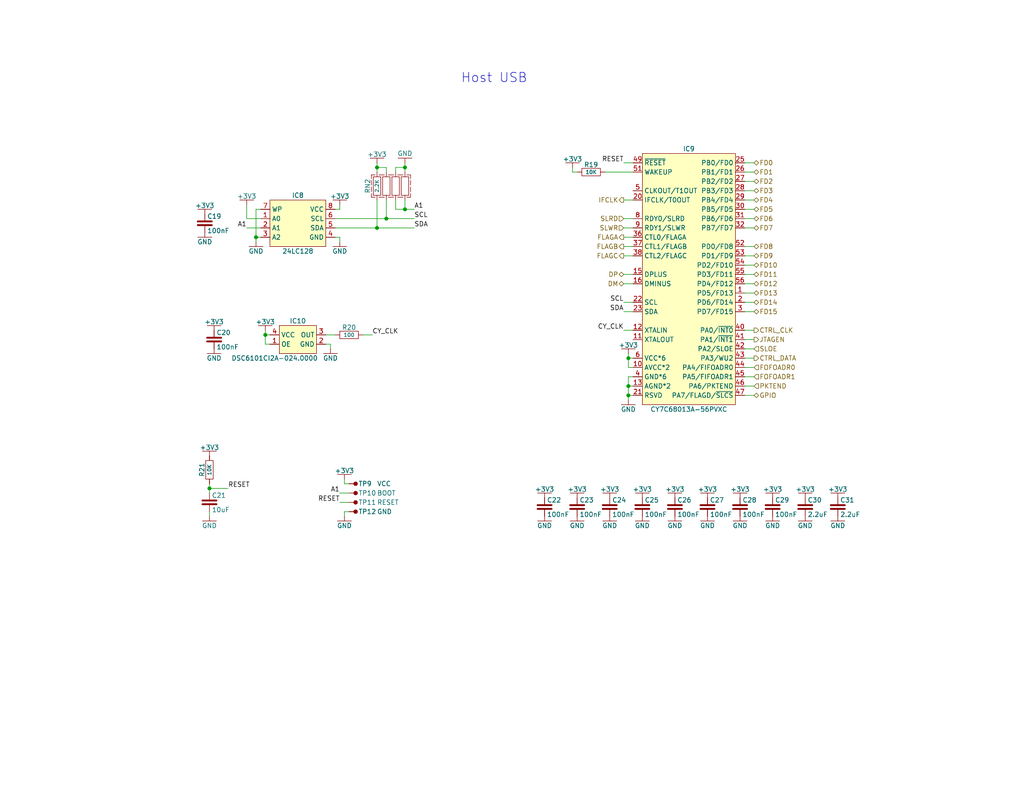
<source format=kicad_sch>
(kicad_sch (version 20230121) (generator eeschema)
  (paper "USLetter")
  (title_block (date "2023-06-16") (rev "6"))
  (lib_symbols
    (symbol "ataradov_crystal:DSC61XX-MHz"
      (property "Reference" "IC?" (at 0 3.81 0))
      (property "Value" "DSC61XX-MHz" (at 0 -6.35 0))
      (symbol "DSC61XX-MHz_0_1"
        (rectangle (start -5.08 2.54) (end 5.08 -5.08) (fill (type background)))
      )
      (symbol "DSC61XX-MHz_1_1"
        (pin passive line (at -7.62 -2.54 0) (length 2.54) (name "OE") (number "1"))
        (pin power_in line (at 7.62 -2.54 180) (length 2.54) (name "GND") (number "2"))
        (pin output line (at 7.62 0 180) (length 2.54) (name "OUT") (number "3"))
        (pin power_in line (at -7.62 0 0) (length 2.54) (name "VCC") (number "4"))
      )
    )
    (symbol "ataradov_ic:I2C-EEPROM"
      (property "Reference" "IC?" (at 0 6.35 0))
      (property "Value" "I2C-EEPROM" (at 0 -8.89 0))
      (symbol "I2C-EEPROM_1_0"
        (pin input line (at -10.16 0 0) (length 2.54) (name "A0") (number "1"))
        (pin input line (at -10.16 -2.54 0) (length 2.54) (name "A1") (number "2"))
        (pin input line (at -10.16 -5.08 0) (length 2.54) (name "A2") (number "3"))
        (pin power_in line (at 10.16 -5.08 180) (length 2.54) (name "GND") (number "4"))
        (pin open_collector line (at 10.16 -2.54 180) (length 2.54) (name "SDA") (number "5"))
        (pin open_collector line (at 10.16 0 180) (length 2.54) (name "SCL") (number "6"))
        (pin input line (at -10.16 2.54 0) (length 2.54) (name "WP") (number "7"))
        (pin power_in line (at 10.16 2.54 180) (length 2.54) (name "VCC") (number "8"))
      )
      (symbol "I2C-EEPROM_1_1"
        (rectangle (start -7.62 5.08) (end 7.62 -7.62) (fill (type background)))
      )
    )
    (symbol "ataradov_mcu:CY7C68013A-56PVXC"
      (property "Reference" "IC?" (at 0 36.83 0))
      (property "Value" "CY7C68013A-56PVXC" (at 0 -34.29 0))
      (symbol "CY7C68013A-56PVXC_0_1"
        (rectangle (start -12.7 35.56) (end 12.7 -33.02) (fill (type background)))
      )
      (symbol "CY7C68013A-56PVXC_1_0"
        (pin bidirectional line (at 15.24 -2.54 180) (length 2.54) (name "PD5/FD13") (number "1"))
        (pin power_in line (at -15.24 -22.86 0) (length 2.54) (name "AVCC*2") (number "10"))
        (pin output line (at -15.24 -15.24 0) (length 2.54) (name "XTALOUT") (number "11"))
        (pin input line (at -15.24 -12.7 0) (length 2.54) (name "XTALIN") (number "12"))
        (pin power_in line (at -15.24 -27.94 0) (length 2.54) (name "AGND*2") (number "13"))
        (pin power_in line (at -15.24 -22.86 0) (length 2.54) hide (name "AVCC") (number "14"))
        (pin bidirectional line (at -15.24 2.54 0) (length 2.54) (name "DPLUS") (number "15"))
        (pin bidirectional line (at -15.24 0 0) (length 2.54) (name "DMINUS") (number "16"))
        (pin power_in line (at -15.24 -27.94 0) (length 2.54) hide (name "AGND") (number "17"))
        (pin power_in line (at -15.24 -20.32 0) (length 2.54) hide (name "VCC") (number "18"))
        (pin power_in line (at -15.24 -25.4 0) (length 2.54) hide (name "GND") (number "19"))
        (pin bidirectional line (at 15.24 -5.08 180) (length 2.54) (name "PD6/FD14") (number "2"))
        (pin bidirectional line (at -15.24 22.86 0) (length 2.54) (name "IFCLK/T0OUT") (number "20"))
        (pin passive line (at -15.24 -30.48 0) (length 2.54) (name "RSVD") (number "21"))
        (pin open_collector line (at -15.24 -5.08 0) (length 2.54) (name "SCL") (number "22"))
        (pin open_collector line (at -15.24 -7.62 0) (length 2.54) (name "SDA") (number "23"))
        (pin power_in line (at -15.24 -20.32 0) (length 2.54) hide (name "VCC") (number "24"))
        (pin bidirectional line (at 15.24 33.02 180) (length 2.54) (name "PB0/FD0") (number "25"))
        (pin bidirectional line (at 15.24 30.48 180) (length 2.54) (name "PB1/FD1") (number "26"))
        (pin bidirectional line (at 15.24 27.94 180) (length 2.54) (name "PB2/FD2") (number "27"))
        (pin bidirectional line (at 15.24 25.4 180) (length 2.54) (name "PB3/FD3") (number "28"))
        (pin bidirectional line (at 15.24 22.86 180) (length 2.54) (name "PB4/FD4") (number "29"))
        (pin bidirectional line (at 15.24 -7.62 180) (length 2.54) (name "PD7/FD15") (number "3"))
        (pin bidirectional line (at 15.24 20.32 180) (length 2.54) (name "PB5/FD5") (number "30"))
        (pin bidirectional line (at 15.24 17.78 180) (length 2.54) (name "PB6/FD6") (number "31"))
        (pin bidirectional line (at 15.24 15.24 180) (length 2.54) (name "PB7/FD7") (number "32"))
        (pin power_in line (at -15.24 -25.4 0) (length 2.54) hide (name "GND") (number "33"))
        (pin power_in line (at -15.24 -20.32 0) (length 2.54) hide (name "VCC") (number "34"))
        (pin power_in line (at -15.24 -25.4 0) (length 2.54) hide (name "GND") (number "35"))
        (pin output line (at -15.24 12.7 0) (length 2.54) (name "CTL0/FLAGA") (number "36"))
        (pin output line (at -15.24 10.16 0) (length 2.54) (name "CTL1/FLAGB") (number "37"))
        (pin output line (at -15.24 7.62 0) (length 2.54) (name "CTL2/FLAGC") (number "38"))
        (pin power_in line (at -15.24 -20.32 0) (length 2.54) hide (name "VCC") (number "39"))
        (pin power_in line (at -15.24 -25.4 0) (length 2.54) (name "GND*6") (number "4"))
        (pin bidirectional line (at 15.24 -12.7 180) (length 2.54) (name "PA0/~{INT0}") (number "40"))
        (pin bidirectional line (at 15.24 -15.24 180) (length 2.54) (name "PA1/~{INT1}") (number "41"))
        (pin bidirectional line (at 15.24 -17.78 180) (length 2.54) (name "PA2/SLOE") (number "42"))
        (pin bidirectional line (at 15.24 -20.32 180) (length 2.54) (name "PA3/WU2") (number "43"))
        (pin bidirectional line (at 15.24 -22.86 180) (length 2.54) (name "PA4/FIFOADR0") (number "44"))
        (pin bidirectional line (at 15.24 -25.4 180) (length 2.54) (name "PA5/FIFOADR1") (number "45"))
        (pin bidirectional line (at 15.24 -27.94 180) (length 2.54) (name "PA6/PKTEND") (number "46"))
        (pin bidirectional line (at 15.24 -30.48 180) (length 2.54) (name "PA7/FLAGD/~{SLCS}") (number "47"))
        (pin power_in line (at -15.24 -25.4 0) (length 2.54) hide (name "GND") (number "48"))
        (pin input line (at -15.24 33.02 0) (length 2.54) (name "~{RESET}") (number "49"))
        (pin output line (at -15.24 25.4 0) (length 2.54) (name "CLKOUT/T1OUT") (number "5"))
        (pin power_in line (at -15.24 -20.32 0) (length 2.54) hide (name "VCC") (number "50"))
        (pin input line (at -15.24 30.48 0) (length 2.54) (name "WAKEUP") (number "51"))
        (pin bidirectional line (at 15.24 10.16 180) (length 2.54) (name "PD0/FD8") (number "52"))
        (pin bidirectional line (at 15.24 7.62 180) (length 2.54) (name "PD1/FD9") (number "53"))
        (pin bidirectional line (at 15.24 5.08 180) (length 2.54) (name "PD2/FD10") (number "54"))
        (pin bidirectional line (at 15.24 2.54 180) (length 2.54) (name "PD3/FD11") (number "55"))
        (pin bidirectional line (at 15.24 0 180) (length 2.54) (name "PD4/FD12") (number "56"))
        (pin power_in line (at -15.24 -20.32 0) (length 2.54) (name "VCC*6") (number "6"))
        (pin power_in line (at -15.24 -25.4 0) (length 2.54) hide (name "GND") (number "7"))
        (pin input line (at -15.24 17.78 0) (length 2.54) (name "RDY0/SLRD") (number "8"))
        (pin input line (at -15.24 15.24 0) (length 2.54) (name "RDY1/SLWR") (number "9"))
      )
    )
    (symbol "ataradov_misc:TestPoint" (pin_numbers hide) (pin_names hide)
      (property "Reference" "TP?" (at 2.54 0 0))
      (property "Value" "TestPoint" (at 7.62 0 0))
      (symbol "TestPoint_0_1"
        (circle (center 1.778 0) (radius 0.508) (fill (type outline)))
      )
      (symbol "TestPoint_1_1"
        (pin passive line (at 0 0 0) (length 1.78) (name "1") (number "1"))
      )
    )
    (symbol "ataradov_pwr:+3V3" (power) (pin_names (offset 0))
      (property "Value" "+3V3" (at 0 2.286 0))
      (symbol "+3V3_0_1"
        (polyline (pts (xy -1.905 1.27) (xy 0 1.27)))
        (polyline (pts (xy 0 0) (xy 0 1.27)))
        (polyline (pts (xy 0 1.27) (xy 1.905 1.27)))
      )
      (symbol "+3V3_1_1"
        (pin power_in line (at 0 0 90) (length 0) hide (name "+3V3") (number "1"))
      )
    )
    (symbol "ataradov_pwr:GND" (power) (pin_names (offset 0))
      (property "Value" "GND" (at 0 -2.54 0))
      (symbol "GND_0_1"
        (polyline (pts (xy -1.905 -1.27) (xy 1.905 -1.27)))
        (polyline (pts (xy 0 0) (xy 0 -1.27)))
      )
      (symbol "GND_1_1"
        (pin power_in line (at 0 0 270) (length 0) hide (name "GND") (number "1"))
      )
    )
    (symbol "ataradov_rlc:C" (pin_numbers hide) (pin_names hide)
      (property "Reference" "C?" (at 0.635 1.905 0))
      (property "Value" "C" (at 0.635 -2.032 0))
      (symbol "C_0_1"
        (polyline (pts (xy -1.905 -0.508) (xy 1.905 -0.508)) (stroke (width 0.5)))
        (polyline (pts (xy -1.905 0.508) (xy 1.905 0.508)) (stroke (width 0.5)))
      )
      (symbol "C_1_1"
        (pin passive line (at 0 -2.54 90) (length 1.905) (name "1") (number "1"))
        (pin passive line (at 0 2.54 270) (length 1.905) (name "2") (number "2"))
      )
    )
    (symbol "ataradov_rlc:R" (pin_numbers hide) (pin_names hide)
      (property "Reference" "R?" (at 0 2.032 0))
      (property "Value" "R" (at 0 0 0))
      (symbol "R_0_1"
        (rectangle (start -2.54 1.016) (end 2.54 -1.016))
      )
      (symbol "R_1_1"
        (pin passive line (at -3.81 0 0) (length 1.27) (name "1") (number "1"))
        (pin passive line (at 3.81 0 180) (length 1.27) (name "2") (number "2"))
      )
    )
    (symbol "ataradov_rlc:RN-4" (pin_numbers hide) (pin_names hide)
      (property "Reference" "RN?" (at 0 5.08 0))
      (property "Value" "RN-4" (at 0 2.54 0))
      (symbol "RN-4_0_1"
        (rectangle (start -2.54 -4.064) (end 2.54 -6.096))
        (rectangle (start -2.54 -1.524) (end 2.54 -3.556))
        (rectangle (start -2.54 1.016) (end 2.54 -1.016))
        (rectangle (start -2.54 3.556) (end 2.54 1.524))
        (polyline (pts (xy -3.048 -3.048) (xy -3.048 -4.572)))
        (polyline (pts (xy -3.048 -0.508) (xy -3.048 -2.032)))
        (polyline (pts (xy -3.048 2.032) (xy -3.048 0.508)))
        (polyline (pts (xy -3.048 4.064) (xy -3.048 3.048)))
        (polyline (pts (xy -3.048 4.064) (xy -2.032 4.064)))
        (polyline (pts (xy -1.524 -6.604) (xy -0.254 -6.604)))
        (polyline (pts (xy -1.524 4.064) (xy -0.254 4.064)))
        (polyline (pts (xy 0.254 4.064) (xy 1.524 4.064)))
        (polyline (pts (xy 1.524 -6.604) (xy 0.254 -6.604)))
        (polyline (pts (xy 2.032 4.064) (xy 3.048 4.064)))
        (polyline (pts (xy 3.048 -3.048) (xy 3.048 -4.572)))
        (polyline (pts (xy 3.048 -0.508) (xy 3.048 -2.032)))
        (polyline (pts (xy 3.048 2.032) (xy 3.048 0.508)))
        (polyline (pts (xy 3.048 4.064) (xy 3.048 3.048)))
        (polyline (pts (xy -3.048 -5.588) (xy -3.048 -6.604) (xy -2.032 -6.604)))
        (polyline (pts (xy 3.048 -5.588) (xy 3.048 -6.604) (xy 2.032 -6.604)))
      )
      (symbol "RN-4_1_1"
        (pin passive line (at -3.81 2.54 0) (length 1.27) (name "1") (number "1"))
        (pin passive line (at -3.81 0 0) (length 1.27) (name "2") (number "2"))
        (pin passive line (at -3.81 -2.54 0) (length 1.27) (name "3") (number "3"))
        (pin passive line (at -3.81 -5.08 0) (length 1.27) (name "4") (number "4"))
        (pin passive line (at 3.81 -5.08 180) (length 1.27) (name "5") (number "5"))
        (pin passive line (at 3.81 -2.54 180) (length 1.27) (name "6") (number "6"))
        (pin passive line (at 3.81 0 180) (length 1.27) (name "7") (number "7"))
        (pin passive line (at 3.81 2.54 180) (length 1.27) (name "8") (number "8"))
      )
    )
  )
  (junction (at 72.39 91.44))
  (junction (at 57.15 133.35))
  (junction (at 110.49 57.15))
  (junction (at 171.45 107.95))
  (junction (at 171.45 105.41))
  (junction (at 102.87 45.72))
  (junction (at 110.49 45.72))
  (junction (at 171.45 97.79))
  (junction (at 105.41 59.69))
  (junction (at 102.87 62.23))
  (junction (at 69.85 64.77))
  (wire (pts (xy 203.2 95.25) (xy 205.74 95.25)))
  (wire (pts (xy 203.2 82.55) (xy 205.74 82.55)))
  (wire (pts (xy 172.72 102.87) (xy 171.45 102.87)))
  (wire (pts (xy 203.2 57.15) (xy 205.74 57.15)))
  (wire (pts (xy 203.2 97.79) (xy 205.74 97.79)))
  (wire (pts (xy 88.9 93.98) (xy 90.17 93.98)))
  (wire (pts (xy 93.98 139.7) (xy 95.25 139.7)))
  (wire (pts (xy 203.2 69.85) (xy 205.74 69.85)))
  (wire (pts (xy 69.85 64.77) (xy 71.12 64.77)))
  (wire (pts (xy 203.2 52.07) (xy 205.74 52.07)))
  (wire (pts (xy 95.25 132.08) (xy 93.98 132.08)))
  (wire (pts (xy 110.49 57.15) (xy 113.03 57.15)))
  (wire (pts (xy 203.2 90.17) (xy 205.74 90.17)))
  (wire (pts (xy 203.2 105.41) (xy 205.74 105.41)))
  (wire (pts (xy 171.45 96.52) (xy 171.45 97.79)))
  (wire (pts (xy 156.21 45.72) (xy 156.21 46.99)))
  (wire (pts (xy 203.2 102.87) (xy 205.74 102.87)))
  (wire (pts (xy 203.2 59.69) (xy 205.74 59.69)))
  (wire (pts (xy 91.44 64.77) (xy 92.71 64.77)))
  (wire (pts (xy 170.18 44.45) (xy 172.72 44.45)))
  (wire (pts (xy 170.18 85.09) (xy 172.72 85.09)))
  (wire (pts (xy 92.71 55.88) (xy 92.71 57.15)))
  (wire (pts (xy 203.2 67.31) (xy 205.74 67.31)))
  (wire (pts (xy 171.45 97.79) (xy 172.72 97.79)))
  (wire (pts (xy 170.18 59.69) (xy 172.72 59.69)))
  (wire (pts (xy 110.49 54.61) (xy 110.49 57.15)))
  (wire (pts (xy 170.18 77.47) (xy 172.72 77.47)))
  (wire (pts (xy 92.71 66.04) (xy 92.71 64.77)))
  (wire (pts (xy 92.71 137.16) (xy 95.25 137.16)))
  (wire (pts (xy 102.87 62.23) (xy 113.03 62.23)))
  (wire (pts (xy 203.2 49.53) (xy 205.74 49.53)))
  (wire (pts (xy 99.06 91.44) (xy 101.6 91.44)))
  (wire (pts (xy 203.2 46.99) (xy 205.74 46.99)))
  (wire (pts (xy 102.87 44.45) (xy 102.87 45.72)))
  (wire (pts (xy 171.45 105.41) (xy 171.45 107.95)))
  (wire (pts (xy 107.95 45.72) (xy 110.49 45.72)))
  (wire (pts (xy 203.2 107.95) (xy 205.74 107.95)))
  (wire (pts (xy 171.45 107.95) (xy 171.45 109.22)))
  (wire (pts (xy 57.15 133.35) (xy 57.15 134.62)))
  (wire (pts (xy 72.39 91.44) (xy 73.66 91.44)))
  (wire (pts (xy 203.2 44.45) (xy 205.74 44.45)))
  (wire (pts (xy 171.45 107.95) (xy 172.72 107.95)))
  (wire (pts (xy 71.12 57.15) (xy 69.85 57.15)))
  (wire (pts (xy 67.31 55.88) (xy 67.31 59.69)))
  (wire (pts (xy 69.85 64.77) (xy 69.85 66.04)))
  (wire (pts (xy 171.45 97.79) (xy 171.45 100.33)))
  (wire (pts (xy 107.95 46.99) (xy 107.95 45.72)))
  (wire (pts (xy 91.44 62.23) (xy 102.87 62.23)))
  (wire (pts (xy 203.2 100.33) (xy 205.74 100.33)))
  (wire (pts (xy 110.49 44.45) (xy 110.49 45.72)))
  (wire (pts (xy 203.2 72.39) (xy 205.74 72.39)))
  (wire (pts (xy 57.15 132.08) (xy 57.15 133.35)))
  (wire (pts (xy 71.12 59.69) (xy 67.31 59.69)))
  (wire (pts (xy 105.41 54.61) (xy 105.41 59.69)))
  (wire (pts (xy 88.9 91.44) (xy 91.44 91.44)))
  (wire (pts (xy 73.66 93.98) (xy 72.39 93.98)))
  (wire (pts (xy 93.98 130.81) (xy 93.98 132.08)))
  (wire (pts (xy 57.15 133.35) (xy 62.23 133.35)))
  (wire (pts (xy 203.2 85.09) (xy 205.74 85.09)))
  (wire (pts (xy 92.71 134.62) (xy 95.25 134.62)))
  (wire (pts (xy 67.31 62.23) (xy 71.12 62.23)))
  (wire (pts (xy 107.95 54.61) (xy 107.95 57.15)))
  (wire (pts (xy 171.45 102.87) (xy 171.45 105.41)))
  (wire (pts (xy 102.87 54.61) (xy 102.87 62.23)))
  (wire (pts (xy 170.18 82.55) (xy 172.72 82.55)))
  (wire (pts (xy 69.85 57.15) (xy 69.85 64.77)))
  (wire (pts (xy 72.39 90.17) (xy 72.39 91.44)))
  (wire (pts (xy 203.2 54.61) (xy 205.74 54.61)))
  (wire (pts (xy 170.18 74.93) (xy 172.72 74.93)))
  (wire (pts (xy 72.39 93.98) (xy 72.39 91.44)))
  (wire (pts (xy 203.2 74.93) (xy 205.74 74.93)))
  (wire (pts (xy 91.44 57.15) (xy 92.71 57.15)))
  (wire (pts (xy 170.18 64.77) (xy 172.72 64.77)))
  (wire (pts (xy 171.45 105.41) (xy 172.72 105.41)))
  (wire (pts (xy 107.95 57.15) (xy 110.49 57.15)))
  (wire (pts (xy 203.2 62.23) (xy 205.74 62.23)))
  (wire (pts (xy 170.18 67.31) (xy 172.72 67.31)))
  (wire (pts (xy 170.18 90.17) (xy 172.72 90.17)))
  (wire (pts (xy 105.41 45.72) (xy 102.87 45.72)))
  (wire (pts (xy 102.87 45.72) (xy 102.87 46.99)))
  (wire (pts (xy 165.1 46.99) (xy 172.72 46.99)))
  (wire (pts (xy 156.21 46.99) (xy 157.48 46.99)))
  (wire (pts (xy 203.2 77.47) (xy 205.74 77.47)))
  (wire (pts (xy 170.18 62.23) (xy 172.72 62.23)))
  (wire (pts (xy 170.18 69.85) (xy 172.72 69.85)))
  (wire (pts (xy 105.41 59.69) (xy 113.03 59.69)))
  (wire (pts (xy 171.45 100.33) (xy 172.72 100.33)))
  (wire (pts (xy 105.41 46.99) (xy 105.41 45.72)))
  (wire (pts (xy 170.18 54.61) (xy 172.72 54.61)))
  (wire (pts (xy 203.2 80.01) (xy 205.74 80.01)))
  (wire (pts (xy 90.17 93.98) (xy 90.17 95.25)))
  (wire (pts (xy 203.2 92.71) (xy 205.74 92.71)))
  (wire (pts (xy 57.15 139.7) (xy 57.15 140.97)))
  (wire (pts (xy 110.49 45.72) (xy 110.49 46.99)))
  (wire (pts (xy 93.98 140.97) (xy 93.98 139.7)))
  (wire (pts (xy 91.44 59.69) (xy 105.41 59.69)))
  (text "Host USB" (at 125.73 22.86 0) (effects (font (size 2.54 2.54)) (justify left bottom)))
  (label "CY_CLK" (at 101.6 91.44 0))
  (label "SCL" (at 113.03 59.69 0))
  (label "A1" (at 67.31 62.23 180))
  (label "RESET" (at 92.71 137.16 180))
  (label "SDA" (at 170.18 85.09 180))
  (label "RESET" (at 170.18 44.45 180))
  (label "A1" (at 113.03 57.15 0))
  (label "SDA" (at 113.03 62.23 0))
  (label "CY_CLK" (at 170.18 90.17 180))
  (label "A1" (at 92.71 134.62 180))
  (label "RESET" (at 62.23 133.35 0))
  (label "SCL" (at 170.18 82.55 180))
  (hierarchical_label "SLRD" (shape input) (at 170.18 59.69 180))
  (hierarchical_label "FLAGA" (shape output) (at 170.18 64.77 180))
  (hierarchical_label "JTAGEN" (shape output) (at 205.74 92.71 0))
  (hierarchical_label "GPIO" (shape bidirectional) (at 205.74 107.95 0))
  (hierarchical_label "CTRL_DATA" (shape output) (at 205.74 97.79 0))
  (hierarchical_label "DP" (shape bidirectional) (at 170.18 74.93 180))
  (hierarchical_label "FD13" (shape bidirectional) (at 205.74 80.01 0))
  (hierarchical_label "FD12" (shape bidirectional) (at 205.74 77.47 0))
  (hierarchical_label "FD10" (shape bidirectional) (at 205.74 72.39 0))
  (hierarchical_label "FD2" (shape bidirectional) (at 205.74 49.53 0))
  (hierarchical_label "FLAGB" (shape output) (at 170.18 67.31 180))
  (hierarchical_label "FD11" (shape bidirectional) (at 205.74 74.93 0))
  (hierarchical_label "FOFOADR1" (shape input) (at 205.74 102.87 0))
  (hierarchical_label "SLWR" (shape input) (at 170.18 62.23 180))
  (hierarchical_label "FOFOADR0" (shape input) (at 205.74 100.33 0))
  (hierarchical_label "IFCLK" (shape output) (at 170.18 54.61 180))
  (hierarchical_label "FD14" (shape bidirectional) (at 205.74 82.55 0))
  (hierarchical_label "FD1" (shape bidirectional) (at 205.74 46.99 0))
  (hierarchical_label "FD4" (shape bidirectional) (at 205.74 54.61 0))
  (hierarchical_label "FD5" (shape bidirectional) (at 205.74 57.15 0))
  (hierarchical_label "SLOE" (shape input) (at 205.74 95.25 0))
  (hierarchical_label "FD7" (shape bidirectional) (at 205.74 62.23 0))
  (hierarchical_label "CTRL_CLK" (shape output) (at 205.74 90.17 0))
  (hierarchical_label "FD0" (shape bidirectional) (at 205.74 44.45 0))
  (hierarchical_label "FD6" (shape bidirectional) (at 205.74 59.69 0))
  (hierarchical_label "PKTEND" (shape input) (at 205.74 105.41 0))
  (hierarchical_label "FD3" (shape bidirectional) (at 205.74 52.07 0))
  (hierarchical_label "FLAGC" (shape output) (at 170.18 69.85 180))
  (hierarchical_label "FD9" (shape bidirectional) (at 205.74 69.85 0))
  (hierarchical_label "FD15" (shape bidirectional) (at 205.74 85.09 0))
  (hierarchical_label "DM" (shape bidirectional) (at 170.18 77.47 180))
  (hierarchical_label "FD8" (shape bidirectional) (at 205.74 67.31 0))
  (symbol (lib_id "ataradov_pwr:GND") (at 57.15 140.97 0) (unit 1)
    (property "Reference" "#PWR0100" (effects hide))
    (property "Value" "GND" (at 57.15 143.51 0))
  )
  (symbol (lib_id "ataradov_pwr:GND") (at 90.17 95.25 0) (unit 1)
    (property "Reference" "#PWR085" (effects hide))
    (property "Value" "GND" (at 90.17 97.79 0))
  )
  (symbol (lib_id "ataradov_pwr:+3V3") (at 55.88 58.42 0) (unit 1)
    (property "Reference" "#PWR078" (effects hide))
    (property "Value" "+3V3" (at 55.88 56.134 0))
  )
  (symbol (lib_id "ataradov_rlc:C") (at 228.6 138.43 0) (unit 1)
    (property "Reference" "C31" (at 229.235 136.525 0) (effects (justify left)))
    (property "Value" "2.2uF" (at 229.235 140.462 0) (effects (justify left)))
    (property "Footprint" "ataradov_smd:0603" (effects hide))
    (property "LCSC" "C23630" (effects hide))
  )
  (symbol (lib_id "ataradov_misc:TestPoint") (at 95.25 134.62 0) (unit 1) (in_bom no)
    (property "Reference" "TP10" (at 97.79 134.62 0) (effects (justify left)))
    (property "Value" "BOOT" (at 102.87 134.62 0) (effects (justify left)))
    (property "Footprint" "ataradov_misc:TestPoint-1.27mm" (effects hide))
  )
  (symbol (lib_id "ataradov_pwr:GND") (at 148.59 140.97 0) (unit 1)
    (property "Reference" "#PWR0102" (effects hide))
    (property "Value" "GND" (at 148.59 143.51 0))
  )
  (symbol (lib_id "ataradov_pwr:+3V3") (at 148.59 135.89 0) (unit 1)
    (property "Reference" "#PWR090" (effects hide))
    (property "Value" "+3V3" (at 148.59 133.604 0))
  )
  (symbol (lib_id "ataradov_ic:I2C-EEPROM") (at 81.28 59.69 0) (unit 1)
    (property "Reference" "IC8" (at 81.28 53.34 0))
    (property "Value" "24LC128" (at 81.28 68.58 0))
    (property "Footprint" "ataradov_ic:SO-8" (effects hide))
    (property "LCSC" "C99368" (effects hide))
  )
  (symbol (lib_id "ataradov_rlc:C") (at 148.59 138.43 0) (unit 1)
    (property "Reference" "C22" (at 149.225 136.525 0) (effects (justify left)))
    (property "Value" "100nF" (at 149.225 140.462 0) (effects (justify left)))
    (property "Footprint" "ataradov_smd:0603" (effects hide))
    (property "LCSC" "C14663" (effects hide))
  )
  (symbol (lib_id "ataradov_pwr:GND") (at 55.88 63.5 0) (unit 1)
    (property "Reference" "#PWR079" (effects hide))
    (property "Value" "GND" (at 55.88 66.04 0))
  )
  (symbol (lib_id "ataradov_pwr:+3V3") (at 157.48 135.89 0) (unit 1)
    (property "Reference" "#PWR091" (effects hide))
    (property "Value" "+3V3" (at 157.48 133.604 0))
  )
  (symbol (lib_id "ataradov_mcu:CY7C68013A-56PVXC") (at 187.96 77.47 0) (unit 1)
    (property "Reference" "IC9" (at 187.96 40.64 0))
    (property "Value" "CY7C68013A-56PVXC" (at 187.96 111.76 0))
    (property "Footprint" "ataradov_ic:SSOP-56-0.635mm" (effects hide))
    (property "LCSC" "C26717" (effects hide))
  )
  (symbol (lib_id "ataradov_misc:TestPoint") (at 95.25 132.08 0) (unit 1) (in_bom no)
    (property "Reference" "TP9" (at 97.79 132.08 0) (effects (justify left)))
    (property "Value" "VCC" (at 102.87 132.08 0) (effects (justify left)))
    (property "Footprint" "ataradov_misc:TestPoint-1.27mm" (effects hide))
  )
  (symbol (lib_id "ataradov_rlc:C") (at 157.48 138.43 0) (unit 1)
    (property "Reference" "C23" (at 158.115 136.525 0) (effects (justify left)))
    (property "Value" "100nF" (at 158.115 140.462 0) (effects (justify left)))
    (property "Footprint" "ataradov_smd:0603" (effects hide))
    (property "LCSC" "C14663" (effects hide))
  )
  (symbol (lib_id "ataradov_pwr:GND") (at 184.15 140.97 0) (unit 1)
    (property "Reference" "#PWR0106" (effects hide))
    (property "Value" "GND" (at 184.15 143.51 0))
  )
  (symbol (lib_id "ataradov_pwr:GND") (at 210.82 140.97 0) (unit 1)
    (property "Reference" "#PWR0109" (effects hide))
    (property "Value" "GND" (at 210.82 143.51 0))
  )
  (symbol (lib_id "ataradov_pwr:GND") (at 175.26 140.97 0) (unit 1)
    (property "Reference" "#PWR0105" (effects hide))
    (property "Value" "GND" (at 175.26 143.51 0))
  )
  (symbol (lib_id "ataradov_rlc:R") (at 57.15 128.27 90) (unit 1)
    (property "Reference" "R21" (at 55.118 128.27 0))
    (property "Value" "10K" (at 57.15 128.27 0) (effects (font (size 1.016 1.016))))
    (property "Footprint" "ataradov_smd:0603" (effects hide))
    (property "LCSC" "C25804" (effects hide))
  )
  (symbol (lib_id "ataradov_pwr:GND") (at 166.37 140.97 0) (unit 1)
    (property "Reference" "#PWR0104" (effects hide))
    (property "Value" "GND" (at 166.37 143.51 0))
  )
  (symbol (lib_id "ataradov_rlc:C") (at 58.42 92.71 0) (unit 1)
    (property "Reference" "C20" (at 59.055 90.805 0) (effects (justify left)))
    (property "Value" "100nF" (at 59.055 94.742 0) (effects (justify left)))
    (property "Footprint" "ataradov_smd:0603" (effects hide))
    (property "LCSC" "C14663" (effects hide))
  )
  (symbol (lib_id "ataradov_pwr:+3V3") (at 166.37 135.89 0) (unit 1)
    (property "Reference" "#PWR092" (effects hide))
    (property "Value" "+3V3" (at 166.37 133.604 0))
  )
  (symbol (lib_id "ataradov_pwr:GND") (at 193.04 140.97 0) (unit 1)
    (property "Reference" "#PWR0107" (effects hide))
    (property "Value" "GND" (at 193.04 143.51 0))
  )
  (symbol (lib_id "ataradov_pwr:GND") (at 92.71 66.04 0) (unit 1)
    (property "Reference" "#PWR081" (effects hide))
    (property "Value" "GND" (at 92.71 68.58 0))
  )
  (symbol (lib_id "ataradov_pwr:GND") (at 171.45 109.22 0) (unit 1)
    (property "Reference" "#PWR087" (effects hide))
    (property "Value" "GND" (at 171.45 111.76 0))
  )
  (symbol (lib_id "ataradov_rlc:C") (at 210.82 138.43 0) (unit 1)
    (property "Reference" "C29" (at 211.455 136.525 0) (effects (justify left)))
    (property "Value" "100nF" (at 211.455 140.462 0) (effects (justify left)))
    (property "Footprint" "ataradov_smd:0603" (effects hide))
    (property "LCSC" "C14663" (effects hide))
  )
  (symbol (lib_id "ataradov_rlc:C") (at 166.37 138.43 0) (unit 1)
    (property "Reference" "C24" (at 167.005 136.525 0) (effects (justify left)))
    (property "Value" "100nF" (at 167.005 140.462 0) (effects (justify left)))
    (property "Footprint" "ataradov_smd:0603" (effects hide))
    (property "LCSC" "C14663" (effects hide))
  )
  (symbol (lib_id "ataradov_rlc:R") (at 95.25 91.44 0) (unit 1)
    (property "Reference" "R20" (at 95.25 89.408 0))
    (property "Value" "100" (at 95.25 91.44 0) (effects (font (size 1.016 1.016))))
    (property "Footprint" "ataradov_smd:0603" (effects hide))
    (property "LCSC" "C22775" (effects hide))
  )
  (symbol (lib_id "ataradov_pwr:+3V3") (at 171.45 96.52 0) (unit 1)
    (property "Reference" "#PWR086" (effects hide))
    (property "Value" "+3V3" (at 171.45 94.234 0))
  )
  (symbol (lib_id "ataradov_pwr:+3V3") (at 210.82 135.89 0) (unit 1)
    (property "Reference" "#PWR097" (effects hide))
    (property "Value" "+3V3" (at 210.82 133.604 0))
  )
  (symbol (lib_id "ataradov_rlc:R") (at 161.29 46.99 0) (unit 1)
    (property "Reference" "R19" (at 161.29 44.958 0))
    (property "Value" "10K" (at 161.29 46.99 0) (effects (font (size 1.016 1.016))))
    (property "Footprint" "ataradov_smd:0603" (effects hide))
    (property "LCSC" "C25804" (effects hide))
  )
  (symbol (lib_id "ataradov_pwr:+3V3") (at 219.71 135.89 0) (unit 1)
    (property "Reference" "#PWR098" (effects hide))
    (property "Value" "+3V3" (at 219.71 133.604 0))
  )
  (symbol (lib_id "ataradov_pwr:+3V3") (at 92.71 55.88 0) (unit 1)
    (property "Reference" "#PWR077" (effects hide))
    (property "Value" "+3V3" (at 92.71 53.594 0))
  )
  (symbol (lib_id "ataradov_pwr:+3V3") (at 67.31 55.88 0) (unit 1)
    (property "Reference" "#PWR076" (effects hide))
    (property "Value" "+3V3" (at 67.31 53.594 0))
  )
  (symbol (lib_id "ataradov_rlc:RN-4") (at 105.41 50.8 90) (unit 1)
    (property "Reference" "RN2" (at 100.33 50.8 0))
    (property "Value" "2.2K" (at 102.87 50.8 0) (effects (font (size 1.016 1.016))))
    (property "Footprint" "ataradov_smd:0603x4" (effects hide))
    (property "LCSC" "C414564" (effects hide))
  )
  (symbol (lib_id "ataradov_pwr:+3V3") (at 57.15 124.46 0) (unit 1)
    (property "Reference" "#PWR088" (effects hide))
    (property "Value" "+3V3" (at 57.15 122.174 0))
  )
  (symbol (lib_id "ataradov_pwr:GND") (at 157.48 140.97 0) (unit 1)
    (property "Reference" "#PWR0103" (effects hide))
    (property "Value" "GND" (at 157.48 143.51 0))
  )
  (symbol (lib_id "ataradov_pwr:+3V3") (at 72.39 90.17 0) (unit 1)
    (property "Reference" "#PWR083" (effects hide))
    (property "Value" "+3V3" (at 72.39 87.884 0))
  )
  (symbol (lib_id "ataradov_rlc:C") (at 219.71 138.43 0) (unit 1)
    (property "Reference" "C30" (at 220.345 136.525 0) (effects (justify left)))
    (property "Value" "2.2uF" (at 220.345 140.462 0) (effects (justify left)))
    (property "Footprint" "ataradov_smd:0603" (effects hide))
    (property "LCSC" "C23630" (effects hide))
  )
  (symbol (lib_id "ataradov_pwr:+3V3") (at 228.6 135.89 0) (unit 1)
    (property "Reference" "#PWR099" (effects hide))
    (property "Value" "+3V3" (at 228.6 133.604 0))
  )
  (symbol (lib_id "ataradov_misc:TestPoint") (at 95.25 139.7 0) (unit 1) (in_bom no)
    (property "Reference" "TP12" (at 97.79 139.7 0) (effects (justify left)))
    (property "Value" "GND" (at 102.87 139.7 0) (effects (justify left)))
    (property "Footprint" "ataradov_misc:TestPoint-1.27mm" (effects hide))
  )
  (symbol (lib_id "ataradov_rlc:C") (at 57.15 137.16 0) (unit 1)
    (property "Reference" "C21" (at 57.785 135.255 0) (effects (justify left)))
    (property "Value" "10uF" (at 57.785 139.192 0) (effects (justify left)))
    (property "Footprint" "ataradov_smd:0603" (effects hide))
    (property "LCSC" "C19702" (effects hide))
  )
  (symbol (lib_id "ataradov_pwr:+3V3") (at 93.98 130.81 0) (unit 1)
    (property "Reference" "#PWR089" (effects hide))
    (property "Value" "+3V3" (at 93.98 128.524 0))
  )
  (symbol (lib_id "ataradov_pwr:GND") (at 69.85 66.04 0) (unit 1)
    (property "Reference" "#PWR080" (effects hide))
    (property "Value" "GND" (at 69.85 68.58 0))
  )
  (symbol (lib_id "ataradov_pwr:GND") (at 201.93 140.97 0) (unit 1)
    (property "Reference" "#PWR0108" (effects hide))
    (property "Value" "GND" (at 201.93 143.51 0))
  )
  (symbol (lib_id "ataradov_pwr:GND") (at 93.98 140.97 0) (unit 1)
    (property "Reference" "#PWR0101" (effects hide))
    (property "Value" "GND" (at 93.98 143.51 0))
  )
  (symbol (lib_id "ataradov_pwr:GND") (at 110.49 44.45 180) (unit 1)
    (property "Reference" "#PWR074" (effects hide))
    (property "Value" "GND" (at 110.49 41.91 0))
  )
  (symbol (lib_id "ataradov_rlc:C") (at 175.26 138.43 0) (unit 1)
    (property "Reference" "C25" (at 175.895 136.525 0) (effects (justify left)))
    (property "Value" "100nF" (at 175.895 140.462 0) (effects (justify left)))
    (property "Footprint" "ataradov_smd:0603" (effects hide))
    (property "LCSC" "C14663" (effects hide))
  )
  (symbol (lib_id "ataradov_pwr:+3V3") (at 58.42 90.17 0) (unit 1)
    (property "Reference" "#PWR082" (effects hide))
    (property "Value" "+3V3" (at 58.42 87.884 0))
  )
  (symbol (lib_id "ataradov_pwr:+3V3") (at 102.87 44.45 0) (unit 1)
    (property "Reference" "#PWR073" (effects hide))
    (property "Value" "+3V3" (at 102.87 42.164 0))
  )
  (symbol (lib_id "ataradov_misc:TestPoint") (at 95.25 137.16 0) (unit 1) (in_bom no)
    (property "Reference" "TP11" (at 97.79 137.16 0) (effects (justify left)))
    (property "Value" "RESET" (at 102.87 137.16 0) (effects (justify left)))
    (property "Footprint" "ataradov_misc:TestPoint-1.27mm" (effects hide))
  )
  (symbol (lib_id "ataradov_pwr:GND") (at 58.42 95.25 0) (unit 1)
    (property "Reference" "#PWR084" (effects hide))
    (property "Value" "GND" (at 58.42 97.79 0))
  )
  (symbol (lib_id "ataradov_pwr:+3V3") (at 156.21 45.72 0) (unit 1)
    (property "Reference" "#PWR075" (effects hide))
    (property "Value" "+3V3" (at 156.21 43.434 0))
  )
  (symbol (lib_id "ataradov_pwr:+3V3") (at 184.15 135.89 0) (unit 1)
    (property "Reference" "#PWR094" (effects hide))
    (property "Value" "+3V3" (at 184.15 133.604 0))
  )
  (symbol (lib_id "ataradov_rlc:C") (at 193.04 138.43 0) (unit 1)
    (property "Reference" "C27" (at 193.675 136.525 0) (effects (justify left)))
    (property "Value" "100nF" (at 193.675 140.462 0) (effects (justify left)))
    (property "Footprint" "ataradov_smd:0603" (effects hide))
    (property "LCSC" "C14663" (effects hide))
  )
  (symbol (lib_id "ataradov_rlc:C") (at 201.93 138.43 0) (unit 1)
    (property "Reference" "C28" (at 202.565 136.525 0) (effects (justify left)))
    (property "Value" "100nF" (at 202.565 140.462 0) (effects (justify left)))
    (property "Footprint" "ataradov_smd:0603" (effects hide))
    (property "LCSC" "C14663" (effects hide))
  )
  (symbol (lib_id "ataradov_pwr:GND") (at 219.71 140.97 0) (unit 1)
    (property "Reference" "#PWR0110" (effects hide))
    (property "Value" "GND" (at 219.71 143.51 0))
  )
  (symbol (lib_id "ataradov_pwr:+3V3") (at 175.26 135.89 0) (unit 1)
    (property "Reference" "#PWR093" (effects hide))
    (property "Value" "+3V3" (at 175.26 133.604 0))
  )
  (symbol (lib_id "ataradov_rlc:C") (at 184.15 138.43 0) (unit 1)
    (property "Reference" "C26" (at 184.785 136.525 0) (effects (justify left)))
    (property "Value" "100nF" (at 184.785 140.462 0) (effects (justify left)))
    (property "Footprint" "ataradov_smd:0603" (effects hide))
    (property "LCSC" "C14663" (effects hide))
  )
  (symbol (lib_id "ataradov_pwr:GND") (at 228.6 140.97 0) (unit 1)
    (property "Reference" "#PWR0111" (effects hide))
    (property "Value" "GND" (at 228.6 143.51 0))
  )
  (symbol (lib_id "ataradov_pwr:+3V3") (at 193.04 135.89 0) (unit 1)
    (property "Reference" "#PWR095" (effects hide))
    (property "Value" "+3V3" (at 193.04 133.604 0))
  )
  (symbol (lib_id "ataradov_rlc:C") (at 55.88 60.96 0) (unit 1)
    (property "Reference" "C19" (at 56.515 59.055 0) (effects (justify left)))
    (property "Value" "100nF" (at 56.515 62.992 0) (effects (justify left)))
    (property "Footprint" "ataradov_smd:0603" (effects hide))
    (property "LCSC" "C14663" (effects hide))
  )
  (symbol (lib_id "ataradov_pwr:+3V3") (at 201.93 135.89 0) (unit 1)
    (property "Reference" "#PWR096" (effects hide))
    (property "Value" "+3V3" (at 201.93 133.604 0))
  )
  (symbol (lib_id "ataradov_crystal:DSC61XX-MHz") (at 81.28 91.44 0) (unit 1)
    (property "Reference" "IC10" (at 81.28 87.63 0))
    (property "Value" "DSC6101CI2A-024.0000" (at 74.93 97.79 0))
    (property "Footprint" "ataradov_ic:CDFN-4-3.2x2.5mm" (effects hide))
    (property "LCSC" "C5203548" (effects hide))
  )
)
</source>
